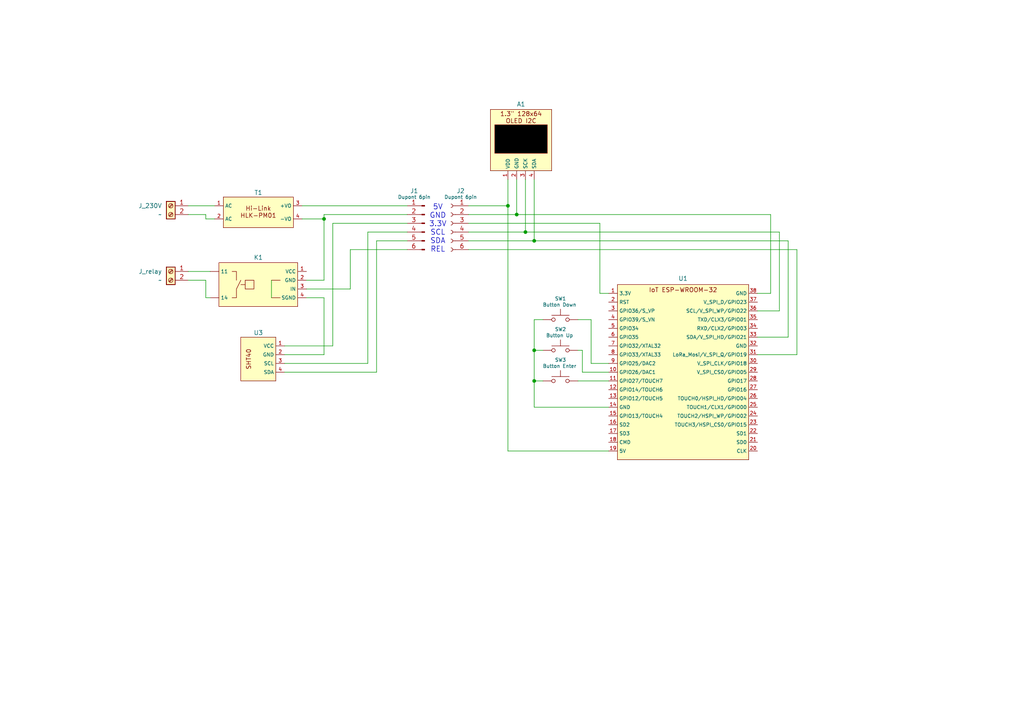
<source format=kicad_sch>
(kicad_sch (version 20250114) (generator "eeschema") (generator_version "9.0")
  (paper "A4")
  (title_block (title "Themostat LVR, BDR, BHR") (date "2025-09-01") (rev "0"))
  (lib_symbols
    (symbol "Connector:Conn_01x06_Pin" (pin_names (offset 1.016) (hide yes))
      (property "Reference" "J" (at 0 7.62 0))
      (property "Value" "Conn_01x06_Pin" (at 0 -10.16 0))
      (symbol "Conn_01x06_Pin_1_1"
        (rectangle (start 0.8636 5.207) (end 0 4.953) (stroke (width 0.1524)) (fill (type outline)))
        (rectangle (start 0.8636 2.667) (end 0 2.413) (stroke (width 0.1524)) (fill (type outline)))
        (rectangle (start 0.8636 0.127) (end 0 -0.127) (stroke (width 0.1524)) (fill (type outline)))
        (rectangle (start 0.8636 -2.413) (end 0 -2.667) (stroke (width 0.1524)) (fill (type outline)))
        (rectangle (start 0.8636 -4.953) (end 0 -5.207) (stroke (width 0.1524)) (fill (type outline)))
        (rectangle (start 0.8636 -7.493) (end 0 -7.747) (stroke (width 0.1524)) (fill (type outline)))
        (polyline (pts (xy 1.27 5.08) (xy 0.8636 5.08)) (stroke (width 0.1524)))
        (polyline (pts (xy 1.27 2.54) (xy 0.8636 2.54)) (stroke (width 0.1524)))
        (polyline (pts (xy 1.27 0) (xy 0.8636 0)) (stroke (width 0.1524)))
        (polyline (pts (xy 1.27 -2.54) (xy 0.8636 -2.54)) (stroke (width 0.1524)))
        (polyline (pts (xy 1.27 -5.08) (xy 0.8636 -5.08)) (stroke (width 0.1524)))
        (polyline (pts (xy 1.27 -7.62) (xy 0.8636 -7.62)) (stroke (width 0.1524)))
        (pin passive line (at 5.08 5.08 180) (length 3.81) (name "Pin_1") (number "1"))
        (pin passive line (at 5.08 2.54 180) (length 3.81) (name "Pin_2") (number "2"))
        (pin passive line (at 5.08 0 180) (length 3.81) (name "Pin_3") (number "3"))
        (pin passive line (at 5.08 -2.54 180) (length 3.81) (name "Pin_4") (number "4"))
        (pin passive line (at 5.08 -5.08 180) (length 3.81) (name "Pin_5") (number "5"))
        (pin passive line (at 5.08 -7.62 180) (length 3.81) (name "Pin_6") (number "6"))
      )
    )
    (symbol "Connector:Conn_01x06_Socket" (pin_names (offset 1.016) (hide yes))
      (property "Reference" "J" (at 0 7.62 0))
      (property "Value" "Conn_01x06_Socket" (at 0 -10.16 0))
      (symbol "Conn_01x06_Socket_1_1"
        (polyline (pts (xy -1.27 5.08) (xy -0.508 5.08)) (stroke (width 0.1524)))
        (polyline (pts (xy -1.27 2.54) (xy -0.508 2.54)) (stroke (width 0.1524)))
        (polyline (pts (xy -1.27 0) (xy -0.508 0)) (stroke (width 0.1524)))
        (polyline (pts (xy -1.27 -2.54) (xy -0.508 -2.54)) (stroke (width 0.1524)))
        (polyline (pts (xy -1.27 -5.08) (xy -0.508 -5.08)) (stroke (width 0.1524)))
        (polyline (pts (xy -1.27 -7.62) (xy -0.508 -7.62)) (stroke (width 0.1524)))
        (arc (start 0 4.572) (mid -0.5058 5.08) (end 0 5.588) (stroke (width 0.1524)))
        (arc (start 0 2.032) (mid -0.5058 2.54) (end 0 3.048) (stroke (width 0.1524)))
        (arc (start 0 -0.508) (mid -0.5058 0) (end 0 0.508) (stroke (width 0.1524)))
        (arc (start 0 -3.048) (mid -0.5058 -2.54) (end 0 -2.032) (stroke (width 0.1524)))
        (arc (start 0 -5.588) (mid -0.5058 -5.08) (end 0 -4.572) (stroke (width 0.1524)))
        (arc (start 0 -8.128) (mid -0.5058 -7.62) (end 0 -7.112) (stroke (width 0.1524)))
        (pin passive line (at -5.08 5.08 0) (length 3.81) (name "Pin_1") (number "1"))
        (pin passive line (at -5.08 2.54 0) (length 3.81) (name "Pin_2") (number "2"))
        (pin passive line (at -5.08 0 0) (length 3.81) (name "Pin_3") (number "3"))
        (pin passive line (at -5.08 -2.54 0) (length 3.81) (name "Pin_4") (number "4"))
        (pin passive line (at -5.08 -5.08 0) (length 3.81) (name "Pin_5") (number "5"))
        (pin passive line (at -5.08 -7.62 0) (length 3.81) (name "Pin_6") (number "6"))
      )
    )
    (symbol "Connector:Screw_Terminal_01x02" (pin_names (offset 1.016) (hide yes))
      (property "Reference" "J" (at 0 2.54 0))
      (property "Value" "Screw_Terminal_01x02" (at 0 -5.08 0))
      (symbol "Screw_Terminal_01x02_1_1"
        (rectangle (start -1.27 1.27) (end 1.27 -3.81) (stroke (width 0.254)) (fill (type background)))
        (polyline (pts (xy -0.5334 0.3302) (xy 0.3302 -0.508)) (stroke (width 0.1524)))
        (polyline (pts (xy -0.5334 -2.2098) (xy 0.3302 -3.048)) (stroke (width 0.1524)))
        (polyline (pts (xy -0.3556 0.508) (xy 0.508 -0.3302)) (stroke (width 0.1524)))
        (polyline (pts (xy -0.3556 -2.032) (xy 0.508 -2.8702)) (stroke (width 0.1524)))
        (circle (center 0 0) (radius 0.635) (stroke (width 0.1524)))
        (circle (center 0 -2.54) (radius 0.635) (stroke (width 0.1524)))
        (pin passive line (at -5.08 0 0) (length 3.81) (name "Pin_1") (number "1"))
        (pin passive line (at -5.08 -2.54 0) (length 3.81) (name "Pin_2") (number "2"))
      )
    )
    (symbol "DisplayLibrary:1.3inch_128x64_OLED_display_I2C"
      (property "Reference" "A" (at 0 0 0))
      (symbol "1.3inch_128x64_OLED_display_I2C_1_1"
        (rectangle (start -8.89 -2.54) (end 8.89 -20.32) (fill (type background)))
        (rectangle (start -7.62 -6.985) (end 7.62 -15.24) (fill (type color) (color 0 0 0 1)))
        (text "1.3\" 128x64\nOLED I2C" (at 0 -4.826 0) (effects (font (size 1.27 1.27))))
        (pin power_in line (at -3.81 -22.86 90) (length 2.54) (name "VDD") (number "1"))
        (pin power_in line (at -1.27 -22.86 90) (length 2.54) (name "GND") (number "2"))
        (pin bidirectional line (at 1.27 -22.86 90) (length 2.54) (name "SCK") (number "3"))
        (pin bidirectional line (at 3.81 -22.86 90) (length 2.54) (name "SDA") (number "4"))
      )
    )
    (symbol "ESP32Library:ESP-WROOM-32"
      (property "Reference" "U" (at 0 0 0))
      (symbol "ESP-WROOM-32_1_1"
        (rectangle (start -19.05 -2.54) (end 19.05 -53.34) (fill (type background)))
        (text "IoT ESP-WROOM-32" (at 0 -4.064 0) (effects (font (size 1.27 1.27))))
        (pin power_out line (at -21.59 -5.08 0) (length 2.54) (name "3.3V") (number "1"))
        (pin bidirectional line (at -21.59 -7.62 0) (length 2.54) (name "RST") (number "2"))
        (pin bidirectional line (at -21.59 -10.16 0) (length 2.54) (name "GPIO36/S_VP") (number "3"))
        (pin bidirectional line (at -21.59 -12.7 0) (length 2.54) (name "GPIO39/S_VN") (number "4"))
        (pin bidirectional line (at -21.59 -15.24 0) (length 2.54) (name "GPIO34") (number "5"))
        (pin bidirectional line (at -21.59 -17.78 0) (length 2.54) (name "GPIO35") (number "6"))
        (pin bidirectional line (at -21.59 -20.32 0) (length 2.54) (name "GPIO32/XTAL32") (number "7"))
        (pin bidirectional line (at -21.59 -22.86 0) (length 2.54) (name "GPIO33/XTAL33") (number "8"))
        (pin bidirectional line (at -21.59 -25.4 0) (length 2.54) (name "GPIO25/DAC2") (number "9"))
        (pin bidirectional line (at -21.59 -27.94 0) (length 2.54) (name "GPIO26/DAC1") (number "10"))
        (pin bidirectional line (at -21.59 -30.48 0) (length 2.54) (name "GPIO27/TOUCH7") (number "11"))
        (pin bidirectional line (at -21.59 -33.02 0) (length 2.54) (name "GPIO14/TOUCH6") (number "12"))
        (pin bidirectional line (at -21.59 -35.56 0) (length 2.54) (name "GPIO12/TOUCH5") (number "13"))
        (pin power_in line (at -21.59 -38.1 0) (length 2.54) (name "GND") (number "14"))
        (pin bidirectional line (at -21.59 -40.64 0) (length 2.54) (name "GPIO13/TOUCH4") (number "15"))
        (pin bidirectional line (at -21.59 -43.18 0) (length 2.54) (name "SD2") (number "16"))
        (pin bidirectional line (at -21.59 -45.72 0) (length 2.54) (name "SD3") (number "17"))
        (pin bidirectional line (at -21.59 -48.26 0) (length 2.54) (name "CMD") (number "18"))
        (pin power_in line (at -21.59 -50.8 0) (length 2.54) (name "5V") (number "19"))
        (pin power_in line (at 21.59 -5.08 180) (length 2.54) (name "GND") (number "38"))
        (pin bidirectional line (at 21.59 -7.62 180) (length 2.54) (name "V_SPI_D/GPIO23") (number "37"))
        (pin bidirectional line (at 21.59 -10.16 180) (length 2.54) (name "SCL/V_SPI_WP/GPIO22") (number "36"))
        (pin bidirectional line (at 21.59 -12.7 180) (length 2.54) (name "TXD/CLX3/GPIO01") (number "35"))
        (pin bidirectional line (at 21.59 -15.24 180) (length 2.54) (name "RXD/CLX2/GPIO03") (number "34"))
        (pin bidirectional line (at 21.59 -17.78 180) (length 2.54) (name "SDA/V_SPI_HD/GPIO21") (number "33"))
        (pin bidirectional line (at 21.59 -20.32 180) (length 2.54) (name "GND") (number "32"))
        (pin bidirectional line (at 21.59 -22.86 180) (length 2.54) (name "LoRa_Mosi/V_SPI_Q/GPIO19") (number "31"))
        (pin bidirectional line (at 21.59 -25.4 180) (length 2.54) (name "V_SPI_CLK/GPIO18") (number "30"))
        (pin bidirectional line (at 21.59 -27.94 180) (length 2.54) (name "V_SPI_CS0/GPIO05") (number "29"))
        (pin bidirectional line (at 21.59 -30.48 180) (length 2.54) (name "GPIO17") (number "28"))
        (pin bidirectional line (at 21.59 -33.02 180) (length 2.54) (name "GPIO16") (number "27"))
        (pin bidirectional line (at 21.59 -35.56 180) (length 2.54) (name "TOUCH0/HSPI_HD/GPIO04") (number "26"))
        (pin bidirectional line (at 21.59 -38.1 180) (length 2.54) (name "TOUCH1/CLX1/GPIO00") (number "25"))
        (pin bidirectional line (at 21.59 -40.64 180) (length 2.54) (name "TOUCH2/HSPI_WP/GPIO02") (number "24"))
        (pin bidirectional line (at 21.59 -43.18 180) (length 2.54) (name "TOUCH3/HSPI_CS0/GPIO15") (number "23"))
        (pin bidirectional line (at 21.59 -45.72 180) (length 2.54) (name "SD1") (number "22"))
        (pin bidirectional line (at 21.59 -48.26 180) (length 2.54) (name "SD0") (number "21"))
        (pin bidirectional line (at 21.59 -50.8 180) (length 2.54) (name "CLK") (number "20"))
      )
    )
    (symbol "PowerSupplyLibrary:HLK-PM01"
      (property "Reference" "T" (at 0 0 0))
      (symbol "HLK-PM01_1_1"
        (rectangle (start -10.16 -1.27) (end 10.16 -10.16) (fill (type background)))
        (text "Hi-Link\nHLK-PM01" (at 0 -5.588 0) (effects (font (size 1.27 1.27))))
        (pin power_in line (at -12.7 -3.81 0) (length 2.54) (name "AC") (number "1"))
        (pin power_in line (at -12.7 -7.62 0) (length 2.54) (name "AC") (number "2"))
        (pin power_out line (at 12.7 -3.81 180) (length 2.54) (name "+VO") (number "3"))
        (pin power_out line (at 12.7 -7.62 180) (length 2.54) (name "-VO") (number "4"))
      )
    )
    (symbol "RelayLibrary:1ch_relay_module_240VAC-30A"
      (property "Reference" "K" (at 0 0 0))
      (symbol "1ch_relay_module_240VAC-30A_0_1"
        (polyline (pts (xy -7.62 -5.08) (xy -6.35 -5.08) (xy -6.35 -7.62)))
        (polyline (pts (xy -7.62 -12.7) (xy -6.35 -12.7) (xy -6.35 -10.16) (xy -5.08 -7.62)))
        (polyline (pts (xy -5.08 -8.89) (xy -3.81 -8.89)))
        (polyline (pts (xy -3.81 -7.62) (xy -1.27 -7.62) (xy -1.27 -10.16) (xy -3.81 -10.16) (xy -3.81 -7.62)))
      )
      (symbol "1ch_relay_module_240VAC-30A_1_1"
        (rectangle (start -11.43 -2.54) (end 11.43 -15.24) (fill (type background)))
        (pin input line (at -13.97 -5.08 0) (length 2.54) (name "11") (number ""))
        (pin output line (at -13.97 -12.7 0) (length 2.54) (name "14") (number ""))
        (pin bidirectional line (at 3.81 -7.62 0) (length 2.54) (name "") (number ""))
        (pin bidirectional line (at 3.81 -12.7 0) (length 2.54) (name "") (number ""))
        (pin power_in line (at 13.97 -5.08 180) (length 2.54) (name "VCC") (number "1"))
        (pin power_in line (at 13.97 -7.62 180) (length 2.54) (name "GND") (number "2"))
        (pin input line (at 13.97 -10.16 180) (length 2.54) (name "IN") (number "3"))
        (pin input line (at 13.97 -12.7 180) (length 2.54) (name "SGND") (number "4"))
      )
    )
    (symbol "SensorLibrary:SHT40"
      (property "Reference" "U" (at 0 0 0))
      (symbol "SHT40_1_1"
        (rectangle (start -5.08 -2.54) (end 5.08 -15.24) (fill (type background)))
        (text "SHT40" (at -2.794 -8.89 900) (effects (font (size 1.27 1.27))))
        (pin power_in line (at 7.62 -5.08 180) (length 2.54) (name "VCC") (number "1"))
        (pin power_in line (at 7.62 -7.62 180) (length 2.54) (name "GND") (number "2"))
        (pin power_in line (at 7.62 -10.16 180) (length 2.54) (name "SCL") (number "3"))
        (pin power_in line (at 7.62 -12.7 180) (length 2.54) (name "SDA") (number "4"))
      )
    )
    (symbol "Switch:SW_Push" (pin_numbers (hide yes)) (pin_names (offset 1.016) (hide yes))
      (property "Reference" "SW" (at 1.27 2.54 0))
      (property "Value" "SW_Push" (at 0 -1.524 0))
      (symbol "SW_Push_0_1"
        (circle (center -2.032 0) (radius 0.508))
        (polyline (pts (xy 0 1.27) (xy 0 3.048)))
        (circle (center 2.032 0) (radius 0.508))
        (polyline (pts (xy 2.54 1.27) (xy -2.54 1.27)))
        (pin passive line (at -5.08 0 0) (length 2.54) (name "1") (number "1"))
        (pin passive line (at 5.08 0 180) (length 2.54) (name "2") (number "2"))
      )
    )
  )
  (text "5V\nGND\n3.3V\nSCL\nSDA\nREL" (at 127 66.294 0) (effects (font (size 1.524 1.524))))
  (junction (at 154.94 69.85))
  (junction (at 152.4 67.31))
  (junction (at 93.98 63.5))
  (junction (at 154.94 110.49))
  (junction (at 149.86 62.23))
  (junction (at 147.32 59.69))
  (junction (at 154.94 101.6))
  (wire (pts (xy 168.91 101.6) (xy 168.91 107.95)))
  (wire (pts (xy 171.45 92.71) (xy 171.45 105.41)))
  (wire (pts (xy 135.89 69.85) (xy 154.94 69.85)))
  (wire (pts (xy 147.32 52.07) (xy 147.32 59.69)))
  (wire (pts (xy 93.98 62.23) (xy 118.11 62.23)))
  (wire (pts (xy 93.98 63.5) (xy 93.98 62.23)))
  (wire (pts (xy 167.64 101.6) (xy 168.91 101.6)))
  (wire (pts (xy 176.53 118.11) (xy 154.94 118.11)))
  (wire (pts (xy 228.6 69.85) (xy 154.94 69.85)))
  (wire (pts (xy 135.89 59.69) (xy 147.32 59.69)))
  (wire (pts (xy 167.64 110.49) (xy 176.53 110.49)))
  (wire (pts (xy 149.86 52.07) (xy 149.86 62.23)))
  (wire (pts (xy 152.4 67.31) (xy 152.4 52.07)))
  (wire (pts (xy 157.48 110.49) (xy 154.94 110.49)))
  (wire (pts (xy 154.94 101.6) (xy 157.48 101.6)))
  (wire (pts (xy 96.52 100.33) (xy 96.52 64.77)))
  (wire (pts (xy 173.99 64.77) (xy 135.89 64.77)))
  (wire (pts (xy 231.14 102.87) (xy 231.14 72.39)))
  (wire (pts (xy 93.98 86.36) (xy 88.9 86.36)))
  (wire (pts (xy 149.86 62.23) (xy 223.52 62.23)))
  (wire (pts (xy 93.98 102.87) (xy 93.98 86.36)))
  (wire (pts (xy 135.89 62.23) (xy 149.86 62.23)))
  (wire (pts (xy 88.9 83.82) (xy 101.6 83.82)))
  (wire (pts (xy 228.6 97.79) (xy 228.6 69.85)))
  (wire (pts (xy 226.06 90.17) (xy 226.06 67.31)))
  (wire (pts (xy 106.68 105.41) (xy 106.68 67.31)))
  (wire (pts (xy 82.55 107.95) (xy 109.22 107.95)))
  (wire (pts (xy 167.64 92.71) (xy 171.45 92.71)))
  (wire (pts (xy 168.91 107.95) (xy 176.53 107.95)))
  (wire (pts (xy 101.6 72.39) (xy 118.11 72.39)))
  (wire (pts (xy 223.52 62.23) (xy 223.52 85.09)))
  (wire (pts (xy 106.68 67.31) (xy 118.11 67.31)))
  (wire (pts (xy 173.99 85.09) (xy 176.53 85.09)))
  (wire (pts (xy 59.69 86.36) (xy 60.96 86.36)))
  (wire (pts (xy 109.22 69.85) (xy 118.11 69.85)))
  (wire (pts (xy 93.98 63.5) (xy 93.98 81.28)))
  (wire (pts (xy 54.61 59.69) (xy 62.23 59.69)))
  (wire (pts (xy 157.48 92.71) (xy 154.94 92.71)))
  (wire (pts (xy 59.69 63.5) (xy 62.23 63.5)))
  (wire (pts (xy 171.45 105.41) (xy 176.53 105.41)))
  (wire (pts (xy 82.55 102.87) (xy 93.98 102.87)))
  (wire (pts (xy 147.32 130.81) (xy 176.53 130.81)))
  (wire (pts (xy 154.94 69.85) (xy 154.94 52.07)))
  (wire (pts (xy 219.71 90.17) (xy 226.06 90.17)))
  (wire (pts (xy 82.55 105.41) (xy 106.68 105.41)))
  (wire (pts (xy 101.6 83.82) (xy 101.6 72.39)))
  (wire (pts (xy 135.89 67.31) (xy 152.4 67.31)))
  (wire (pts (xy 223.52 85.09) (xy 219.71 85.09)))
  (wire (pts (xy 173.99 85.09) (xy 173.99 64.77)))
  (wire (pts (xy 78.74 81.28) (xy 78.74 86.36)))
  (wire (pts (xy 54.61 62.23) (xy 59.69 62.23)))
  (wire (pts (xy 231.14 72.39) (xy 135.89 72.39)))
  (wire (pts (xy 226.06 67.31) (xy 152.4 67.31)))
  (wire (pts (xy 154.94 92.71) (xy 154.94 101.6)))
  (wire (pts (xy 54.61 78.74) (xy 60.96 78.74)))
  (wire (pts (xy 147.32 59.69) (xy 147.32 130.81)))
  (wire (pts (xy 59.69 62.23) (xy 59.69 63.5)))
  (wire (pts (xy 96.52 64.77) (xy 118.11 64.77)))
  (wire (pts (xy 219.71 97.79) (xy 228.6 97.79)))
  (wire (pts (xy 82.55 100.33) (xy 96.52 100.33)))
  (wire (pts (xy 109.22 107.95) (xy 109.22 69.85)))
  (wire (pts (xy 154.94 110.49) (xy 154.94 101.6)))
  (wire (pts (xy 87.63 59.69) (xy 118.11 59.69)))
  (wire (pts (xy 54.61 81.28) (xy 59.69 81.28)))
  (wire (pts (xy 219.71 102.87) (xy 231.14 102.87)))
  (wire (pts (xy 154.94 118.11) (xy 154.94 110.49)))
  (wire (pts (xy 88.9 81.28) (xy 93.98 81.28)))
  (wire (pts (xy 87.63 63.5) (xy 93.98 63.5)))
  (wire (pts (xy 59.69 81.28) (xy 59.69 86.36)))
  (symbol (lib_id "ESP32Library:ESP-WROOM-32") (at 198.12 80.01 0) (unit 1)
    (property "Reference" "U1" (at 198.12 80.772 0))
  )
  (symbol (lib_id "SensorLibrary:SHT40") (at 74.93 95.25 0) (unit 1)
    (property "Reference" "U3" (at 74.93 96.52 0))
  )
  (symbol (lib_id "DisplayLibrary:1.3inch_128x64_OLED_display_I2C") (at 151.13 29.21 0) (unit 1)
    (property "Reference" "A1" (at 151.13 30.226 0))
  )
  (symbol (lib_id "RelayLibrary:1ch_relay_module_240VAC-30A") (at 74.93 73.66 0) (unit 1)
    (property "Reference" "K1" (at 74.93 74.676 0))
  )
  (symbol (lib_id "Switch:SW_Push") (at 162.56 110.49 0) (unit 1)
    (property "Reference" "SW3" (at 162.56 104.394 0) (effects (font (size 1.016 1.016))))
    (property "Value" "Button Enter" (at 162.306 106.172 0) (effects (font (size 1.016 1.016))))
    (property "Description" "Push button switch, generic, two pins" (effects (hide yes)))
  )
  (symbol (lib_id "Connector:Conn_01x06_Pin") (at 123.19 64.77 0) (mirror y) (unit 1)
    (property "Reference" "J1" (at 120.142 55.372 0))
    (property "Value" "Dupont 6pin" (at 120.142 57.15 0) (effects (font (size 1.016 1.016))))
    (property "Description" "Generic connector, single row, 01x06, script generated" (effects (hide yes)))
  )
  (symbol (lib_id "Connector:Conn_01x06_Socket") (at 130.81 64.77 0) (mirror y) (unit 1)
    (property "Reference" "J2" (at 133.604 55.372 0))
    (property "Value" "Dupont 6pin" (at 133.604 57.15 0) (effects (font (size 1.016 1.016))))
    (property "Description" "Generic connector, single row, 01x06, script generated" (effects (hide yes)))
  )
  (symbol (lib_id "Switch:SW_Push") (at 162.56 92.71 0) (unit 1)
    (property "Reference" "SW1" (at 162.56 86.614 0) (effects (font (size 1.016 1.016))))
    (property "Value" "Button Down" (at 162.306 88.392 0) (effects (font (size 1.016 1.016))))
    (property "Description" "Push button switch, generic, two pins" (effects (hide yes)))
  )
  (symbol (lib_id "Switch:SW_Push") (at 162.56 101.6 0) (unit 1)
    (property "Reference" "SW2" (at 162.56 95.504 0) (effects (font (size 1.016 1.016))))
    (property "Value" "Button Up" (at 162.306 97.282 0) (effects (font (size 1.016 1.016))))
    (property "Description" "Push button switch, generic, two pins" (effects (hide yes)))
  )
  (symbol (lib_id "PowerSupplyLibrary:HLK-PM01") (at 74.93 55.88 0) (unit 1)
    (property "Reference" "T1" (at 74.93 55.88 0))
  )
  (symbol (lib_id "Connector:Screw_Terminal_01x02") (at 49.53 78.74 0) (mirror y) (unit 1)
    (property "Reference" "J_relay" (at 46.99 78.7399 0) (effects (justify left)))
    (property "Value" "~" (at 46.99 81.2799 0) (effects (justify left)))
    (property "Description" "Generic screw terminal, single row, 01x02, script generated (kicad-library-utils/schlib/autogen/connector/)" (effects (hide yes)))
  )
  (symbol (lib_id "Connector:Screw_Terminal_01x02") (at 49.53 59.69 0) (mirror y) (unit 1)
    (property "Reference" "J_230V" (at 46.99 59.6899 0) (effects (justify left)))
    (property "Value" "~" (at 46.99 62.2299 0) (effects (justify left)))
    (property "Description" "Generic screw terminal, single row, 01x02, script generated (kicad-library-utils/schlib/autogen/connector/)" (effects (hide yes)))
  )
)
</source>
